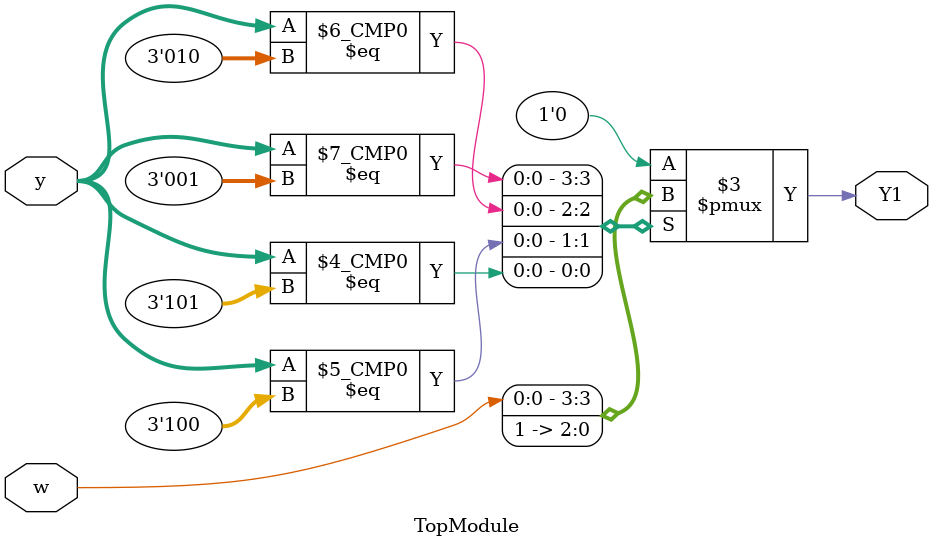
<source format=sv>
module TopModule(
    input logic [2:0] y,  // 3-bit input representing the current state
    input logic w,        // 1-bit input for state transition control
    output logic Y1       // 1-bit output representing y[1]
);

    // Next-state logic for y[1]
    always @(*) begin
        case (y)
            3'b000: Y1 = 0; // State A transitions
            3'b001: Y1 = w; // State B transitions
            3'b010: Y1 = 1; // State C transitions
            3'b011: Y1 = 0; // State D transitions
            3'b100: Y1 = 1; // State E transitions
            3'b101: Y1 = 1; // State F transitions
            default: Y1 = 0; // Default case to handle undefined states
        endcase
    end

endmodule
</source>
